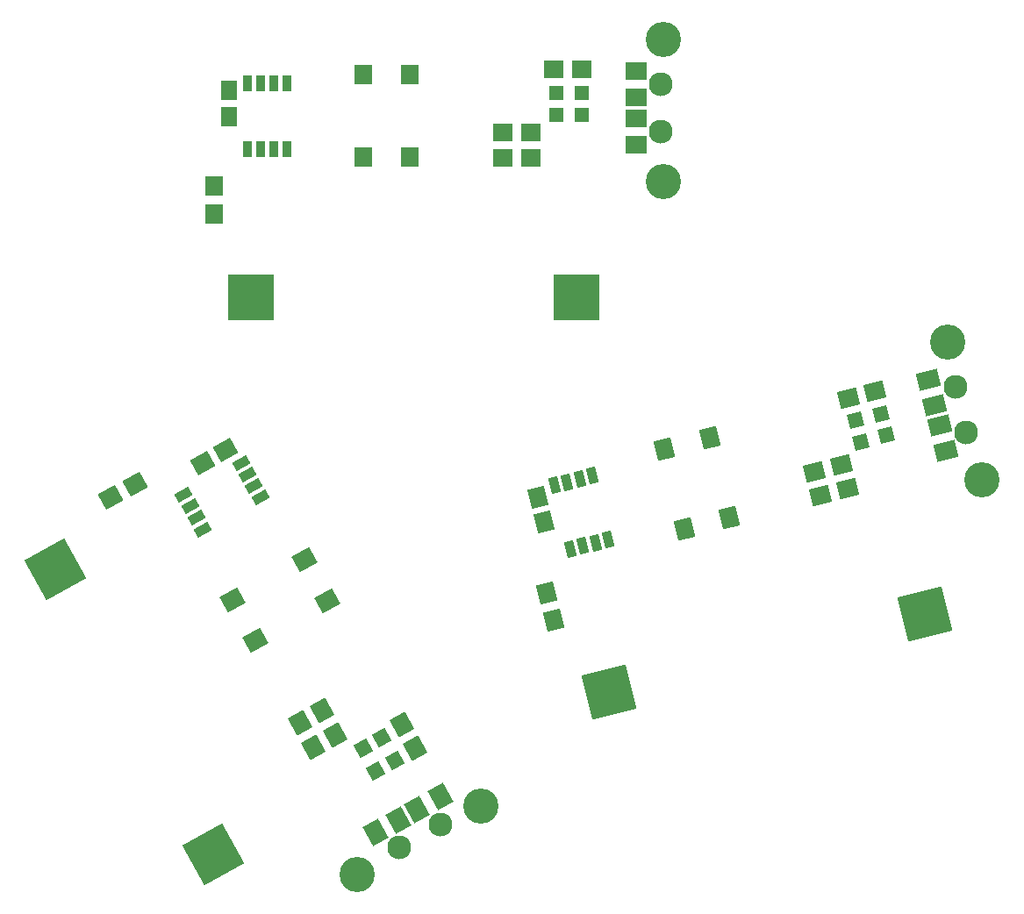
<source format=gts>
%MOIN*%
%OFA0B0*%
%FSLAX46Y46*%
%IPPOS*%
%LPD*%
%AMREC39*
4,1,3,
-0.048458923562427321,0.010275280281731542,
-0.016965385239338496,-0.046540566835591407,
0.048458923562427321,-0.010275280281731542,
0.016965385239338496,0.046540566835591407,
0*%
%AMREC40*
4,1,3,
-0.037464587762598936,0.010742797670281145,
-0.010742797670281145,-0.037464587762598936,
0.037464587762598936,-0.010742797670281145,
0.010742797670281145,0.037464587762598936,
0*%
%AMREC41*
4,1,3,
-0.0352312075452709,0.0009073513787888431,
-0.017900217971110504,-0.030358581459107668,
0.0352312075452709,-0.0009073513787888431,
0.017900217971110504,0.030358581459107668,
0*%
%AMREC42*
4,1,3,
-0.049310112296344112,0.019931595090038546,
-0.0092274271578674134,-0.052379483059281584,
0.049310112296344112,-0.019931595090038546,
0.0092274271578674134,0.052379483059281584,
0*%
%AMREC43*
4,1,3,
-0.047401413004035692,0.016488210416261393,
-0.01113612645017583,-0.048936098385504431,
0.047401413004035692,-0.016488210416261393,
0.01113612645017583,0.048936098385504431,
0*%
%AMREC44*
4,1,3,
-0.048936098385504431,0.01113612645017583,
-0.016488210416261393,-0.047401413004035692,
0.048936098385504431,-0.01113612645017583,
0.016488210416261393,0.047401413004035692,
0*%
%AMREC45*
4,1,3,
-0.049796944553948716,0.010658951627098727,
-0.017349056584705681,-0.047878587827112795,
0.049796944553948716,-0.010658951627098727,
0.017349056584705681,0.047878587827112795,
0*%
%AMREC46*
4,1,3,
-0.11774584725388239,0.033763078392312178,
-0.033763078392312178,-0.11774584725388239,
0.11774584725388239,-0.033763078392312178,
0.033763078392312178,0.11774584725388239,
0*%
%AMREC1200*
4,1,3,
-0.022467250919606805,-0.044148287552437895,
0.040563770669188245,-0.028432888822538215,
0.022467250919606805,0.044148287552437895,
-0.040563770669188245,0.028432888822538215,
0*%
%AMREC1300*
4,1,3,
-0.020073294546198033,-0.033407572256415941,
0.033407572256415941,-0.020073294546198033,
0.020073294546198033,0.033407572256415941,
-0.033407572256415941,0.020073294546198033,
0*%
%AMREC1400*
4,1,3,
-0.0099949416249668823,-0.033795893441896867,
0.024691220558442757,-0.025147661898412683,
0.0099949416249668823,0.033795893441896867,
-0.024691220558442757,0.025147661898412683,
0*%
%AMREC1500*
4,1,3,
-0.032014838635042474,-0.042471234555679062,
0.0482064615688785,-0.0224698179903522,
0.032014838635042474,0.042471234555679062,
-0.0482064615688785,0.0224698179903522,
0*%
%AMREC1600*
4,1,3,
-0.028194776720570039,-0.041518786147806352,
0.044386399654406078,-0.023422266398224909,
0.028194776720570039,0.041518786147806352,
-0.044386399654406078,0.023422266398224909,
0*%
%AMREC1700*
4,1,3,
-0.023422266398224909,-0.044386399654406078,
0.041518786147806352,-0.028194776720570039,
0.023422266398224909,0.044386399654406078,
-0.041518786147806352,0.028194776720570039,
0*%
%AMREC1800*
4,1,3,
-0.023184154296256729,-0.045341415133024185,
0.041756898249774528,-0.029149792199188153,
0.023184154296256729,0.045341415133024185,
-0.041756898249774528,0.029149792199188153,
0*%
%AMREC1900*
4,1,3,
-0.063087497145193835,-0.10499522709159298,
0.10499522709159298,-0.063087497145193835,
0.063087497145193835,0.10499522709159298,
-0.10499522709159298,0.063087497145193835,
0*%
%AMCOMP880*
4,1,3,
-0.022467250919606805,-0.044148287552437895,
0.040563770669188245,-0.028432888822538215,
0.022467250919606805,0.044148287552437895,
-0.040563770669188245,0.028432888822538215,
0*%
%AMCOMP890*
4,1,3,
-0.020073294546198033,-0.033407572256415941,
0.033407572256415941,-0.020073294546198033,
0.020073294546198033,0.033407572256415941,
-0.033407572256415941,0.020073294546198033,
0*%
%AMCOMP900*
4,1,3,
-0.0099949416249668823,-0.033795893441896867,
0.024691220558442757,-0.025147661898412683,
0.0099949416249668823,0.033795893441896867,
-0.024691220558442757,0.025147661898412683,
0*%
%AMCOMP910*
4,1,3,
-0.032014838635042474,-0.042471234555679062,
0.0482064615688785,-0.0224698179903522,
0.032014838635042474,0.042471234555679062,
-0.0482064615688785,0.0224698179903522,
0*%
%AMCOMP920*
4,1,3,
-0.028194776720570039,-0.041518786147806352,
0.044386399654406078,-0.023422266398224909,
0.028194776720570039,0.041518786147806352,
-0.044386399654406078,0.023422266398224909,
0*%
%AMCOMP930*
4,1,3,
-0.023422266398224909,-0.044386399654406078,
0.041518786147806352,-0.028194776720570039,
0.023422266398224909,0.044386399654406078,
-0.041518786147806352,0.028194776720570039,
0*%
%AMCOMP940*
4,1,3,
-0.023184154296256729,-0.045341415133024185,
0.041756898249774528,-0.029149792199188153,
0.023184154296256729,0.045341415133024185,
-0.041756898249774528,0.029149792199188153,
0*%
%AMCOMP950*
4,1,3,
-0.063087497145193835,-0.10499522709159298,
0.10499522709159298,-0.063087497145193835,
0.063087497145193835,0.10499522709159298,
-0.10499522709159298,0.063087497145193835,
0*%
%ADD10C,0.0039370078740157488*%
%AMCOMP96*
4,1,3,
-0.048458923562427321,0.010275280281731542,
-0.016965385239338496,-0.046540566835591407,
0.048458923562427321,-0.010275280281731542,
0.016965385239338496,0.046540566835591407,
0*%
%ADD11COMP96*%
%AMCOMP97*
4,1,3,
-0.037464587762598936,0.010742797670281145,
-0.010742797670281145,-0.037464587762598936,
0.037464587762598936,-0.010742797670281145,
0.010742797670281145,0.037464587762598936,
0*%
%ADD12COMP97*%
%AMCOMP98*
4,1,3,
-0.0352312075452709,0.0009073513787888431,
-0.017900217971110504,-0.030358581459107668,
0.0352312075452709,-0.0009073513787888431,
0.017900217971110504,0.030358581459107668,
0*%
%ADD13COMP98*%
%ADD14C,0.0905511811023622*%
%AMCOMP99*
4,1,3,
-0.049310112296344112,0.019931595090038546,
-0.0092274271578674134,-0.052379483059281584,
0.049310112296344112,-0.019931595090038546,
0.0092274271578674134,0.052379483059281584,
0*%
%ADD15COMP99*%
%ADD16C,0.13385826771653545*%
%AMCOMP100*
4,1,3,
-0.047401413004035692,0.016488210416261393,
-0.01113612645017583,-0.048936098385504431,
0.047401413004035692,-0.016488210416261393,
0.01113612645017583,0.048936098385504431,
0*%
%ADD17COMP100*%
%AMCOMP101*
4,1,3,
-0.048936098385504431,0.01113612645017583,
-0.016488210416261393,-0.047401413004035692,
0.048936098385504431,-0.01113612645017583,
0.016488210416261393,0.047401413004035692,
0*%
%ADD18COMP101*%
%AMCOMP102*
4,1,3,
-0.049796944553948716,0.010658951627098727,
-0.017349056584705681,-0.047878587827112795,
0.049796944553948716,-0.010658951627098727,
0.017349056584705681,0.047878587827112795,
0*%
%ADD19COMP102*%
%AMCOMP103*
4,1,3,
-0.11774584725388239,0.033763078392312178,
-0.033763078392312178,-0.11774584725388239,
0.11774584725388239,-0.033763078392312178,
0.033763078392312178,0.11774584725388239,
0*%
%ADD20COMP103*%
%ADD31C,0.0039370078740157488*%
%ADD32R,0.064960629921259838X0.074803149606299218*%
%ADD33R,0.055118110236220472X0.055118110236220472*%
%ADD34R,0.035748031496062996X0.06074803149606299*%
%ADD35C,0.0905511811023622*%
%ADD36R,0.082677165354330714X0.066929133858267723*%
%ADD37C,0.13385826771653545*%
%ADD38R,0.074803149606299218X0.066929133858267723*%
%ADD39R,0.066929133858267723X0.074803149606299218*%
%ADD40R,0.066929133858267723X0.076771653543307089*%
%ADD41R,0.17322834645669294X0.17322834645669294*%
%ADD52C,0.0039370078740157488*%
%AMCOMP104*
4,1,3,
-0.022467250919606805,-0.044148287552437895,
0.040563770669188245,-0.028432888822538215,
0.022467250919606805,0.044148287552437895,
-0.040563770669188245,0.028432888822538215,
0*%
%ADD53COMP104*%
%AMCOMP105*
4,1,3,
-0.020073294546198033,-0.033407572256415941,
0.033407572256415941,-0.020073294546198033,
0.020073294546198033,0.033407572256415941,
-0.033407572256415941,0.020073294546198033,
0*%
%ADD54COMP105*%
%AMCOMP106*
4,1,3,
-0.0099949416249668823,-0.033795893441896867,
0.024691220558442757,-0.025147661898412683,
0.0099949416249668823,0.033795893441896867,
-0.024691220558442757,0.025147661898412683,
0*%
%ADD55COMP106*%
%ADD56C,0.0905511811023622*%
%AMCOMP107*
4,1,3,
-0.032014838635042474,-0.042471234555679062,
0.0482064615688785,-0.0224698179903522,
0.032014838635042474,0.042471234555679062,
-0.0482064615688785,0.0224698179903522,
0*%
%ADD57COMP107*%
%ADD58C,0.13385826771653545*%
%AMCOMP108*
4,1,3,
-0.028194776720570039,-0.041518786147806352,
0.044386399654406078,-0.023422266398224909,
0.028194776720570039,0.041518786147806352,
-0.044386399654406078,0.023422266398224909,
0*%
%ADD59COMP108*%
%AMCOMP109*
4,1,3,
-0.023422266398224909,-0.044386399654406078,
0.041518786147806352,-0.028194776720570039,
0.023422266398224909,0.044386399654406078,
-0.041518786147806352,0.028194776720570039,
0*%
%ADD60COMP109*%
%AMCOMP110*
4,1,3,
-0.023184154296256729,-0.045341415133024185,
0.041756898249774528,-0.029149792199188153,
0.023184154296256729,0.045341415133024185,
-0.041756898249774528,0.029149792199188153,
0*%
%ADD61COMP110*%
%AMCOMP111*
4,1,3,
-0.063087497145193835,-0.10499522709159298,
0.10499522709159298,-0.063087497145193835,
0.063087497145193835,0.10499522709159298,
-0.10499522709159298,0.063087497145193835,
0*%
%ADD62COMP111*%
%LPD*%
G01*
D10*
D11*
X0001725972Y0007634549D02*
X0000959995Y0001776778D03*
X0000873910Y0001729061D03*
D12*
X0001528987Y0000559451D03*
X0001481270Y0000645536D03*
X0001601298Y0000599534D03*
X0001553581Y0000685619D03*
D13*
X0001019220Y0001728808D03*
X0001043461Y0001685077D03*
X0001067701Y0001641346D03*
X0001091942Y0001597615D03*
X0000873287Y0001476412D03*
X0000849046Y0001520143D03*
X0000824806Y0001563874D03*
X0000800565Y0001607605D03*
D14*
X0001774825Y0000354291D03*
D15*
X0001775079Y0000460214D03*
X0001687617Y0000411733D03*
X0001617716Y0000372987D03*
X0001530255Y0000324506D03*
D16*
X0001931065Y0000426491D03*
X0001458632Y0000164618D03*
D14*
X0001619873Y0000268399D03*
D17*
X0001242747Y0000742892D03*
X0001294282Y0000649920D03*
X0001325388Y0000788701D03*
X0001376923Y0000695729D03*
X0001628961Y0000736405D03*
X0001680496Y0000643434D03*
D18*
X0000616481Y0001649385D03*
X0000523510Y0001597850D03*
D19*
X0001260697Y0001360980D03*
X0001346588Y0001206028D03*
X0001072495Y0001054095D03*
X0000986604Y0001209047D03*
D20*
X0000313122Y0001323682D03*
X0000912454Y0000242459D03*
G04 next file*
%LPD*%
G01*
D31*
D32*
X-0003779527Y0006653543D02*
X0000972440Y0003143699D03*
X0000972440Y0003045275D03*
D33*
X0002312992Y0003051181D03*
X0002214566Y0003051181D03*
X0002312992Y0003133858D03*
X0002214566Y0003133858D03*
D34*
X0001043110Y0003172244D03*
X0001093110Y0003172244D03*
X0001143110Y0003172244D03*
X0001193110Y0003172244D03*
X0001193110Y0002922244D03*
X0001143110Y0002922244D03*
X0001093110Y0002922244D03*
X0001043110Y0002922244D03*
D35*
X0002611614Y0003166732D03*
D36*
X0002519094Y0003218307D03*
X0002519094Y0003118307D03*
X0002519094Y0003038385D03*
X0002519094Y0002938385D03*
D37*
X0002624212Y0003338385D03*
X0002624212Y0002798228D03*
D35*
X0002611614Y0002989566D03*
D38*
X0002013779Y0002889763D03*
X0002120078Y0002889763D03*
X0002013779Y0002984251D03*
X0002120078Y0002984251D03*
X0002206692Y0003224409D03*
X0002312992Y0003224409D03*
D39*
X0000917322Y0002781496D03*
X0000917322Y0002675196D03*
D40*
X0001481889Y0003205117D03*
X0001659055Y0003205117D03*
X0001659055Y0002891732D03*
X0001481889Y0002891732D03*
D41*
X0001055118Y0002358267D03*
X0002291338Y0002358267D03*
G04 next file*
G04 #@! TF.FileFunction,Soldermask,Top*
G04 Gerber Fmt 4.6, Leading zero omitted, Abs format (unit mm)*
G04 Created by KiCad (PCBNEW 4.0.4+e1-6308~48~ubuntu16.04.1-stable) date Tue May  2 22:28:17 2017*
G01*
G04 APERTURE LIST*
G04 APERTURE END LIST*
D52*
D53*
X-0003313397Y0003855021D02*
X0002146524Y0001599041D03*
X0002170335Y0001503540D03*
D54*
X0003469638Y0001833578D03*
X0003374136Y0001809767D03*
X0003449636Y0001913800D03*
X0003354135Y0001889989D03*
D55*
X0002208189Y0001643833D03*
X0002256704Y0001655929D03*
X0002305219Y0001668026D03*
X0002353734Y0001680122D03*
X0002414214Y0001437548D03*
X0002365699Y0001425452D03*
X0002317184Y0001413354D03*
X0002268670Y0001401259D03*
D56*
X0003731435Y0002017941D03*
D57*
X0003629187Y0002045601D03*
X0003653379Y0001948571D03*
X0003672714Y0001871024D03*
X0003696905Y0001773995D03*
D58*
X0003702132Y0002187543D03*
X0003832809Y0001663431D03*
D56*
X0003774295Y0001846038D03*
D59*
X0003218364Y0001604570D03*
X0003321505Y0001630286D03*
X0003195505Y0001696251D03*
X0003298647Y0001721968D03*
X0003324589Y0001975945D03*
X0003427730Y0002001661D03*
D60*
X0002180669Y0001234261D03*
X0002206385Y0001131120D03*
D61*
X0002625982Y0001781881D03*
X0002797885Y0001824741D03*
X0002873700Y0001520664D03*
X0002701797Y0001477804D03*
D62*
X0002416759Y0000856940D03*
X0003616258Y0001156009D03*
M02*
</source>
